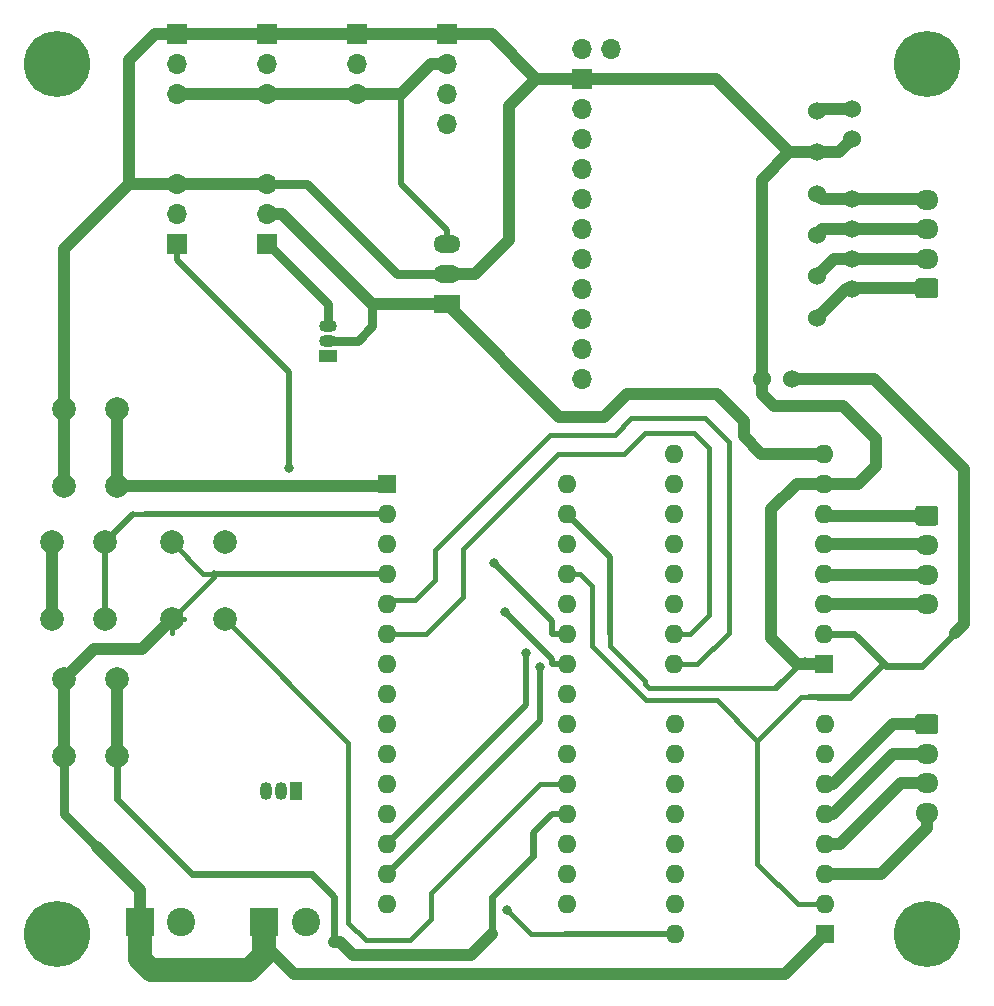
<source format=gbr>
%TF.GenerationSoftware,KiCad,Pcbnew,(5.1.9)-1*%
%TF.CreationDate,2021-11-28T22:55:22-05:00*%
%TF.ProjectId,FilamentFactoryBoard,46696c61-6d65-46e7-9446-6163746f7279,rev?*%
%TF.SameCoordinates,Original*%
%TF.FileFunction,Copper,L1,Top*%
%TF.FilePolarity,Positive*%
%FSLAX46Y46*%
G04 Gerber Fmt 4.6, Leading zero omitted, Abs format (unit mm)*
G04 Created by KiCad (PCBNEW (5.1.9)-1) date 2021-11-28 22:55:22*
%MOMM*%
%LPD*%
G01*
G04 APERTURE LIST*
%TA.AperFunction,ComponentPad*%
%ADD10R,1.500000X1.050000*%
%TD*%
%TA.AperFunction,ComponentPad*%
%ADD11O,1.500000X1.050000*%
%TD*%
%TA.AperFunction,ComponentPad*%
%ADD12R,1.050000X1.500000*%
%TD*%
%TA.AperFunction,ComponentPad*%
%ADD13O,1.050000X1.500000*%
%TD*%
%TA.AperFunction,ComponentPad*%
%ADD14C,2.000000*%
%TD*%
%TA.AperFunction,ComponentPad*%
%ADD15O,1.600000X1.600000*%
%TD*%
%TA.AperFunction,ComponentPad*%
%ADD16R,1.600000X1.600000*%
%TD*%
%TA.AperFunction,ComponentPad*%
%ADD17C,1.524000*%
%TD*%
%TA.AperFunction,ComponentPad*%
%ADD18O,1.700000X1.700000*%
%TD*%
%TA.AperFunction,ComponentPad*%
%ADD19R,1.700000X1.700000*%
%TD*%
%TA.AperFunction,ComponentPad*%
%ADD20C,2.400000*%
%TD*%
%TA.AperFunction,ComponentPad*%
%ADD21R,2.400000X2.400000*%
%TD*%
%TA.AperFunction,ComponentPad*%
%ADD22O,1.950000X1.700000*%
%TD*%
%TA.AperFunction,ComponentPad*%
%ADD23O,2.300000X1.500000*%
%TD*%
%TA.AperFunction,ComponentPad*%
%ADD24R,2.300000X1.500000*%
%TD*%
%TA.AperFunction,ConnectorPad*%
%ADD25C,5.600000*%
%TD*%
%TA.AperFunction,ComponentPad*%
%ADD26C,3.600000*%
%TD*%
%TA.AperFunction,ViaPad*%
%ADD27C,0.800000*%
%TD*%
%TA.AperFunction,Conductor*%
%ADD28C,0.550000*%
%TD*%
%TA.AperFunction,Conductor*%
%ADD29C,0.400000*%
%TD*%
%TA.AperFunction,Conductor*%
%ADD30C,0.800000*%
%TD*%
%TA.AperFunction,Conductor*%
%ADD31C,2.000000*%
%TD*%
%TA.AperFunction,Conductor*%
%ADD32C,1.000000*%
%TD*%
%TA.AperFunction,Conductor*%
%ADD33C,0.600000*%
%TD*%
G04 APERTURE END LIST*
D10*
%TO.P,Q2,1*%
%TO.N,Net-(A1-Pad9)*%
X259181600Y-60248800D03*
D11*
%TO.P,Q2,3*%
%TO.N,Net-(FanPWM1-Pad1)*%
X259181600Y-57708800D03*
%TO.P,Q2,2*%
%TO.N,+24V*%
X259181600Y-58978800D03*
%TD*%
D12*
%TO.P,Q1,1*%
%TO.N,Net-(A1-Pad12)*%
X256489200Y-97129600D03*
D13*
%TO.P,Q1,3*%
%TO.N,Net-(HeaterControl1-Pad2)*%
X253949200Y-97129600D03*
%TO.P,Q1,2*%
%TO.N,+5V*%
X255219200Y-97129600D03*
%TD*%
D14*
%TO.P,SW2,1*%
%TO.N,GND*%
X236800000Y-87630000D03*
%TO.P,SW2,2*%
%TO.N,Net-(A1-Pad19)*%
X241300000Y-87630000D03*
%TO.P,SW2,1*%
%TO.N,GND*%
X236800000Y-94130000D03*
%TO.P,SW2,2*%
%TO.N,Net-(A1-Pad19)*%
X241300000Y-94130000D03*
%TD*%
D15*
%TO.P,A1,16*%
%TO.N,Net-(A1-Pad16)*%
X279400000Y-106680000D03*
%TO.P,A1,15*%
%TO.N,Net-(A1-Pad15)*%
X264160000Y-106680000D03*
%TO.P,A1,30*%
%TO.N,N/C*%
X279400000Y-71120000D03*
%TO.P,A1,14*%
%TO.N,Net-(A1-Pad14)*%
X264160000Y-104140000D03*
%TO.P,A1,29*%
%TO.N,GND*%
X279400000Y-73660000D03*
%TO.P,A1,13*%
%TO.N,Net-(A1-Pad13)*%
X264160000Y-101600000D03*
%TO.P,A1,28*%
%TO.N,N/C*%
X279400000Y-76200000D03*
%TO.P,A1,12*%
%TO.N,Net-(A1-Pad12)*%
X264160000Y-99060000D03*
%TO.P,A1,27*%
%TO.N,+5V*%
X279400000Y-78740000D03*
%TO.P,A1,11*%
%TO.N,Net-(A1-Pad11)*%
X264160000Y-96520000D03*
%TO.P,A1,26*%
%TO.N,Net-(A1-Pad26)*%
X279400000Y-81280000D03*
%TO.P,A1,10*%
%TO.N,Net-(A1-Pad10)*%
X264160000Y-93980000D03*
%TO.P,A1,25*%
%TO.N,Net-(A1-Pad25)*%
X279400000Y-83820000D03*
%TO.P,A1,9*%
%TO.N,Net-(A1-Pad9)*%
X264160000Y-91440000D03*
%TO.P,A1,24*%
%TO.N,Net-(A1-Pad24)*%
X279400000Y-86360000D03*
%TO.P,A1,8*%
%TO.N,Net-(A1-Pad8)*%
X264160000Y-88900000D03*
%TO.P,A1,23*%
%TO.N,Net-(A1-Pad23)*%
X279400000Y-88900000D03*
%TO.P,A1,7*%
%TO.N,Net-(A1-Pad7)*%
X264160000Y-86360000D03*
%TO.P,A1,22*%
%TO.N,Net-(A1-Pad22)*%
X279400000Y-91440000D03*
%TO.P,A1,6*%
%TO.N,Net-(A1-Pad6)*%
X264160000Y-83820000D03*
%TO.P,A1,21*%
%TO.N,Net-(A1-Pad21)*%
X279400000Y-93980000D03*
%TO.P,A1,5*%
%TO.N,Net-(A1-Pad5)*%
X264160000Y-81280000D03*
%TO.P,A1,20*%
%TO.N,Net-(A1-Pad20)*%
X279400000Y-96520000D03*
%TO.P,A1,4*%
%TO.N,GND*%
X264160000Y-78740000D03*
%TO.P,A1,19*%
%TO.N,Net-(A1-Pad19)*%
X279400000Y-99060000D03*
%TO.P,A1,3*%
%TO.N,N/C*%
X264160000Y-76200000D03*
%TO.P,A1,18*%
X279400000Y-101600000D03*
%TO.P,A1,2*%
%TO.N,Net-(A1-Pad2)*%
X264160000Y-73660000D03*
%TO.P,A1,17*%
%TO.N,N/C*%
X279400000Y-104140000D03*
D16*
%TO.P,A1,1*%
%TO.N,Net-(A1-Pad1)*%
X264160000Y-71120000D03*
%TD*%
D17*
%TO.P,AMIS1,13*%
%TO.N,+24V*%
X300609000Y-39497000D03*
%TO.P,AMIS1,14*%
%TO.N,GND*%
X300609000Y-42989500D03*
%TO.P,AMIS1,15*%
%TO.N,Net-(AMIS1-Pad15)*%
X300609000Y-46545500D03*
%TO.P,AMIS1,16*%
%TO.N,Net-(AMIS1-Pad16)*%
X300609000Y-50038000D03*
%TO.P,AMIS1,17*%
%TO.N,Net-(AMIS1-Pad17)*%
X300609000Y-53530500D03*
%TO.P,AMIS1,18*%
%TO.N,Net-(AMIS1-Pad18)*%
X300609000Y-57023000D03*
%TO.P,AMIS1,20*%
%TO.N,GND*%
X295910000Y-62230000D03*
%TO.P,AMIS1,19*%
%TO.N,+5V*%
X298450000Y-62230000D03*
%TO.P,AMIS1,13*%
%TO.N,+24V*%
X303530000Y-39370000D03*
%TO.P,AMIS1,14*%
%TO.N,GND*%
X303530000Y-41910000D03*
%TO.P,AMIS1,15*%
%TO.N,Net-(AMIS1-Pad15)*%
X303530000Y-46990000D03*
%TO.P,AMIS1,16*%
%TO.N,Net-(AMIS1-Pad16)*%
X303530000Y-49530000D03*
%TO.P,AMIS1,17*%
%TO.N,Net-(AMIS1-Pad17)*%
X303530000Y-52070000D03*
%TO.P,AMIS1,18*%
%TO.N,Net-(AMIS1-Pad18)*%
X303530000Y-54610000D03*
D18*
%TO.P,AMIS1,12*%
%TO.N,N/C*%
X283170000Y-34290000D03*
%TO.P,AMIS1,2*%
%TO.N,Net-(A1-Pad13)*%
X280670000Y-39370000D03*
%TO.P,AMIS1,11*%
%TO.N,Net-(A1-Pad26)*%
X280670000Y-62230000D03*
%TO.P,AMIS1,10*%
%TO.N,N/C*%
X280670000Y-59690000D03*
%TO.P,AMIS1,9*%
X280670000Y-57150000D03*
%TO.P,AMIS1,8*%
X280670000Y-54610000D03*
%TO.P,AMIS1,7*%
X280670000Y-52070000D03*
%TO.P,AMIS1,6*%
%TO.N,Net-(A1-Pad16)*%
X280670000Y-49530000D03*
%TO.P,AMIS1,5*%
%TO.N,Net-(A1-Pad15)*%
X280670000Y-46990000D03*
%TO.P,AMIS1,4*%
%TO.N,Net-(A1-Pad14)*%
X280670000Y-44450000D03*
%TO.P,AMIS1,3*%
%TO.N,N/C*%
X280670000Y-41910000D03*
%TO.P,AMIS1,0*%
X280670000Y-34290000D03*
D19*
%TO.P,AMIS1,1*%
%TO.N,GND*%
X280670000Y-36790000D03*
%TD*%
D20*
%TO.P,HeaterControl1,2*%
%TO.N,Net-(HeaterControl1-Pad2)*%
X246761000Y-108204000D03*
D21*
%TO.P,HeaterControl1,1*%
%TO.N,GND*%
X243261000Y-108204000D03*
%TD*%
D22*
%TO.P,J5,4*%
%TO.N,Net-(A3-Pad3)*%
X309880000Y-81280000D03*
%TO.P,J5,3*%
%TO.N,Net-(A3-Pad4)*%
X309880000Y-78780000D03*
%TO.P,J5,2*%
%TO.N,Net-(A3-Pad5)*%
X309880000Y-76280000D03*
%TO.P,J5,1*%
%TO.N,Net-(A3-Pad6)*%
%TA.AperFunction,ComponentPad*%
G36*
G01*
X309155000Y-72930000D02*
X310605000Y-72930000D01*
G75*
G02*
X310855000Y-73180000I0J-250000D01*
G01*
X310855000Y-74380000D01*
G75*
G02*
X310605000Y-74630000I-250000J0D01*
G01*
X309155000Y-74630000D01*
G75*
G02*
X308905000Y-74380000I0J250000D01*
G01*
X308905000Y-73180000D01*
G75*
G02*
X309155000Y-72930000I250000J0D01*
G01*
G37*
%TD.AperFunction*%
%TD*%
D20*
%TO.P,24V_IN1,2*%
%TO.N,+24V*%
X257302000Y-108204000D03*
D21*
%TO.P,24V_IN1,1*%
%TO.N,GND*%
X253802000Y-108204000D03*
%TD*%
D22*
%TO.P,J2,4*%
%TO.N,Net-(AMIS1-Pad15)*%
X309880000Y-47030000D03*
%TO.P,J2,3*%
%TO.N,Net-(AMIS1-Pad16)*%
X309880000Y-49530000D03*
%TO.P,J2,2*%
%TO.N,Net-(AMIS1-Pad17)*%
X309880000Y-52030000D03*
%TO.P,J2,1*%
%TO.N,Net-(AMIS1-Pad18)*%
%TA.AperFunction,ComponentPad*%
G36*
G01*
X310605000Y-55380000D02*
X309155000Y-55380000D01*
G75*
G02*
X308905000Y-55130000I0J250000D01*
G01*
X308905000Y-53930000D01*
G75*
G02*
X309155000Y-53680000I250000J0D01*
G01*
X310605000Y-53680000D01*
G75*
G02*
X310855000Y-53930000I0J-250000D01*
G01*
X310855000Y-55130000D01*
G75*
G02*
X310605000Y-55380000I-250000J0D01*
G01*
G37*
%TD.AperFunction*%
%TD*%
D23*
%TO.P,U1,3*%
%TO.N,+5V*%
X269240000Y-50800000D03*
%TO.P,U1,2*%
%TO.N,GND*%
X269240000Y-53340000D03*
D24*
%TO.P,U1,1*%
%TO.N,+24V*%
X269240000Y-55880000D03*
%TD*%
D14*
%TO.P,SW4,1*%
%TO.N,GND*%
X236800000Y-64770000D03*
%TO.P,SW4,2*%
%TO.N,Net-(A1-Pad1)*%
X241300000Y-64770000D03*
%TO.P,SW4,1*%
%TO.N,GND*%
X236800000Y-71270000D03*
%TO.P,SW4,2*%
%TO.N,Net-(A1-Pad1)*%
X241300000Y-71270000D03*
%TD*%
%TO.P,SW3,1*%
%TO.N,GND*%
X235784000Y-76050000D03*
%TO.P,SW3,2*%
%TO.N,Net-(A1-Pad2)*%
X240284000Y-76050000D03*
%TO.P,SW3,1*%
%TO.N,GND*%
X235784000Y-82550000D03*
%TO.P,SW3,2*%
%TO.N,Net-(A1-Pad2)*%
X240284000Y-82550000D03*
%TD*%
%TO.P,SW1,1*%
%TO.N,GND*%
X245944000Y-76050000D03*
%TO.P,SW1,2*%
%TO.N,Net-(A1-Pad20)*%
X250444000Y-76050000D03*
%TO.P,SW1,1*%
%TO.N,GND*%
X245944000Y-82550000D03*
%TO.P,SW1,2*%
%TO.N,Net-(A1-Pad20)*%
X250444000Y-82550000D03*
%TD*%
D18*
%TO.P,Thermistor1,3*%
%TO.N,+5V*%
X261620000Y-38100000D03*
%TO.P,Thermistor1,2*%
%TO.N,Net-(A1-Pad25)*%
X261620000Y-35560000D03*
D19*
%TO.P,Thermistor1,1*%
%TO.N,GND*%
X261620000Y-33020000D03*
%TD*%
D18*
%TO.P,ServoPWM1,3*%
%TO.N,GND*%
X246380000Y-45720000D03*
%TO.P,ServoPWM1,2*%
%TO.N,+5V*%
X246380000Y-48260000D03*
D19*
%TO.P,ServoPWM1,1*%
%TO.N,Net-(A1-Pad8)*%
X246380000Y-50800000D03*
%TD*%
D18*
%TO.P,POT_tensionSensor1,3*%
%TO.N,+5V*%
X254000000Y-38100000D03*
%TO.P,POT_tensionSensor1,2*%
%TO.N,Net-(A1-Pad22)*%
X254000000Y-35560000D03*
D19*
%TO.P,POT_tensionSensor1,1*%
%TO.N,GND*%
X254000000Y-33020000D03*
%TD*%
D18*
%TO.P,LCD_I2C1,4*%
%TO.N,Net-(A1-Pad24)*%
X269240000Y-40640000D03*
%TO.P,LCD_I2C1,3*%
%TO.N,Net-(A1-Pad23)*%
X269240000Y-38100000D03*
%TO.P,LCD_I2C1,2*%
%TO.N,+5V*%
X269240000Y-35560000D03*
D19*
%TO.P,LCD_I2C1,1*%
%TO.N,GND*%
X269240000Y-33020000D03*
%TD*%
D22*
%TO.P,J4,4*%
%TO.N,Net-(A2-Pad3)*%
X309880000Y-98940000D03*
%TO.P,J4,3*%
%TO.N,Net-(A2-Pad4)*%
X309880000Y-96440000D03*
%TO.P,J4,2*%
%TO.N,Net-(A2-Pad5)*%
X309880000Y-93940000D03*
%TO.P,J4,1*%
%TO.N,Net-(A2-Pad6)*%
%TA.AperFunction,ComponentPad*%
G36*
G01*
X309155000Y-90590000D02*
X310605000Y-90590000D01*
G75*
G02*
X310855000Y-90840000I0J-250000D01*
G01*
X310855000Y-92040000D01*
G75*
G02*
X310605000Y-92290000I-250000J0D01*
G01*
X309155000Y-92290000D01*
G75*
G02*
X308905000Y-92040000I0J250000D01*
G01*
X308905000Y-90840000D01*
G75*
G02*
X309155000Y-90590000I250000J0D01*
G01*
G37*
%TD.AperFunction*%
%TD*%
D25*
%TO.P,H4,1*%
%TO.N,N/C*%
X236220000Y-109220000D03*
D26*
X236220000Y-109220000D03*
%TD*%
D25*
%TO.P,H3,1*%
%TO.N,N/C*%
X309880000Y-109220000D03*
D26*
X309880000Y-109220000D03*
%TD*%
D25*
%TO.P,H2,1*%
%TO.N,N/C*%
X236220000Y-35560000D03*
D26*
X236220000Y-35560000D03*
%TD*%
D25*
%TO.P,H1,1*%
%TO.N,N/C*%
X309880000Y-35560000D03*
D26*
X309880000Y-35560000D03*
%TD*%
D18*
%TO.P,FanPWM1,3*%
%TO.N,GND*%
X254000000Y-45720000D03*
%TO.P,FanPWM1,2*%
%TO.N,+24V*%
X254000000Y-48260000D03*
D19*
%TO.P,FanPWM1,1*%
%TO.N,Net-(FanPWM1-Pad1)*%
X254000000Y-50800000D03*
%TD*%
D18*
%TO.P,conductivitySensor1,3*%
%TO.N,+5V*%
X246380000Y-38100000D03*
%TO.P,conductivitySensor1,2*%
%TO.N,Net-(A1-Pad21)*%
X246380000Y-35560000D03*
D19*
%TO.P,conductivitySensor1,1*%
%TO.N,GND*%
X246380000Y-33020000D03*
%TD*%
D15*
%TO.P,A3,16*%
%TO.N,Net-(A1-Pad5)*%
X288461000Y-86339000D03*
%TO.P,A3,8*%
%TO.N,+24V*%
X301161000Y-68559000D03*
%TO.P,A3,15*%
%TO.N,Net-(A1-Pad6)*%
X288461000Y-83799000D03*
%TO.P,A3,7*%
%TO.N,GND*%
X301161000Y-71099000D03*
%TO.P,A3,14*%
%TO.N,N/C*%
X288461000Y-81259000D03*
%TO.P,A3,6*%
%TO.N,Net-(A3-Pad6)*%
X301161000Y-73639000D03*
%TO.P,A3,13*%
%TO.N,N/C*%
X288461000Y-78719000D03*
%TO.P,A3,5*%
%TO.N,Net-(A3-Pad5)*%
X301161000Y-76179000D03*
%TO.P,A3,12*%
%TO.N,N/C*%
X288461000Y-76179000D03*
%TO.P,A3,4*%
%TO.N,Net-(A3-Pad4)*%
X301161000Y-78719000D03*
%TO.P,A3,11*%
%TO.N,N/C*%
X288461000Y-73639000D03*
%TO.P,A3,3*%
%TO.N,Net-(A3-Pad3)*%
X301161000Y-81259000D03*
%TO.P,A3,10*%
%TO.N,N/C*%
X288461000Y-71099000D03*
%TO.P,A3,2*%
%TO.N,+5V*%
X301161000Y-83799000D03*
%TO.P,A3,9*%
%TO.N,Net-(A1-Pad7)*%
X288461000Y-68559000D03*
D16*
%TO.P,A3,1*%
%TO.N,GND*%
X301161000Y-86339000D03*
%TD*%
D15*
%TO.P,A2,16*%
%TO.N,Net-(A1-Pad10)*%
X288544000Y-109220000D03*
%TO.P,A2,8*%
%TO.N,+24V*%
X301244000Y-91440000D03*
%TO.P,A2,15*%
%TO.N,Net-(A1-Pad11)*%
X288544000Y-106680000D03*
%TO.P,A2,7*%
%TO.N,GND*%
X301244000Y-93980000D03*
%TO.P,A2,14*%
%TO.N,N/C*%
X288544000Y-104140000D03*
%TO.P,A2,6*%
%TO.N,Net-(A2-Pad6)*%
X301244000Y-96520000D03*
%TO.P,A2,13*%
%TO.N,N/C*%
X288544000Y-101600000D03*
%TO.P,A2,5*%
%TO.N,Net-(A2-Pad5)*%
X301244000Y-99060000D03*
%TO.P,A2,12*%
%TO.N,N/C*%
X288544000Y-99060000D03*
%TO.P,A2,4*%
%TO.N,Net-(A2-Pad4)*%
X301244000Y-101600000D03*
%TO.P,A2,11*%
%TO.N,N/C*%
X288544000Y-96520000D03*
%TO.P,A2,3*%
%TO.N,Net-(A2-Pad3)*%
X301244000Y-104140000D03*
%TO.P,A2,10*%
%TO.N,N/C*%
X288544000Y-93980000D03*
%TO.P,A2,2*%
%TO.N,+5V*%
X301244000Y-106680000D03*
%TO.P,A2,9*%
%TO.N,Net-(A1-Pad7)*%
X288544000Y-91440000D03*
D16*
%TO.P,A2,1*%
%TO.N,GND*%
X301244000Y-109220000D03*
%TD*%
D27*
%TO.N,Net-(A1-Pad14)*%
X277122200Y-86558100D03*
%TO.N,Net-(A1-Pad13)*%
X275969900Y-85405800D03*
%TO.N,Net-(A1-Pad10)*%
X274320000Y-107186400D03*
%TO.N,Net-(A1-Pad25)*%
X273216500Y-77761000D03*
%TO.N,Net-(A1-Pad24)*%
X274156000Y-81937600D03*
%TO.N,Net-(A1-Pad8)*%
X255906500Y-69707900D03*
%TD*%
D28*
%TO.N,Net-(A1-Pad14)*%
X264160000Y-104140000D02*
X277122200Y-91177800D01*
X277122200Y-91177800D02*
X277122200Y-86558100D01*
%TO.N,GND*%
X279400000Y-73660000D02*
X283035200Y-77295200D01*
X283035200Y-77295200D02*
X283035200Y-83783600D01*
X297129200Y-88389500D02*
X299532700Y-85986000D01*
X249556200Y-78646200D02*
X249556200Y-78740000D01*
X262884700Y-78740000D02*
X249556200Y-78740000D01*
X299532700Y-85986000D02*
X299885700Y-86339000D01*
X301161000Y-86339000D02*
X299885700Y-86339000D01*
X264160000Y-78740000D02*
X262884700Y-78740000D01*
D29*
X245944000Y-82550000D02*
X246960000Y-82550000D01*
X245944000Y-83748000D02*
X245944000Y-82550000D01*
X249556200Y-78937800D02*
X245944000Y-82550000D01*
X249556200Y-78740000D02*
X249556200Y-78937800D01*
X248634000Y-78740000D02*
X249556200Y-78740000D01*
X245944000Y-76050000D02*
X248634000Y-78740000D01*
X283035200Y-83783600D02*
X283035200Y-84788200D01*
X283035200Y-84788200D02*
X286004000Y-87757000D01*
X286004000Y-87757000D02*
X286004000Y-88011000D01*
X286004000Y-88011000D02*
X286385000Y-88392000D01*
X297126700Y-88392000D02*
X297129200Y-88389500D01*
X286385000Y-88392000D02*
X297126700Y-88392000D01*
D30*
X269240000Y-53340000D02*
X265049000Y-53340000D01*
X257429000Y-45720000D02*
X254000000Y-45720000D01*
X265049000Y-53340000D02*
X257429000Y-45720000D01*
D31*
X243261000Y-108204000D02*
X243261000Y-111308000D01*
X243261000Y-111308000D02*
X244221000Y-112268000D01*
X244221000Y-112268000D02*
X252476000Y-112268000D01*
X253802000Y-110942000D02*
X253802000Y-108204000D01*
X252476000Y-112268000D02*
X253802000Y-110942000D01*
D30*
X236800000Y-94130000D02*
X236800000Y-99005000D01*
D32*
X302450500Y-42989500D02*
X303530000Y-41910000D01*
X300609000Y-42989500D02*
X302450500Y-42989500D01*
X269240000Y-33020000D02*
X273050000Y-33020000D01*
X276820000Y-36790000D02*
X280670000Y-36790000D01*
X273050000Y-33020000D02*
X276820000Y-36790000D01*
X300609000Y-42989500D02*
X298259500Y-42989500D01*
X292060000Y-36790000D02*
X280670000Y-36790000D01*
X298259500Y-42989500D02*
X292060000Y-36790000D01*
X295910000Y-45339000D02*
X298259500Y-42989500D01*
X295910000Y-62230000D02*
X295910000Y-45339000D01*
X236800000Y-64770000D02*
X236800000Y-51236000D01*
X242316000Y-45720000D02*
X246380000Y-45720000D01*
X236800000Y-51236000D02*
X242316000Y-45720000D01*
X246380000Y-33020000D02*
X254000000Y-33020000D01*
X254000000Y-33020000D02*
X261620000Y-33020000D01*
X261620000Y-33020000D02*
X269240000Y-33020000D01*
X246380000Y-45720000D02*
X254000000Y-45720000D01*
X253802000Y-108204000D02*
X253802000Y-109225200D01*
X253802000Y-108204000D02*
X253802000Y-110088800D01*
X253802000Y-110088800D02*
X256286000Y-112572800D01*
X297891200Y-112572800D02*
X301244000Y-109220000D01*
X256286000Y-112572800D02*
X297891200Y-112572800D01*
X301161000Y-86339000D02*
X300543600Y-86339000D01*
X301161000Y-86339000D02*
X298886200Y-86339000D01*
X298886200Y-86339000D02*
X296722800Y-84175600D01*
X296722800Y-84175600D02*
X296722800Y-73253600D01*
X298877400Y-71099000D02*
X301161000Y-71099000D01*
X296722800Y-73253600D02*
X298877400Y-71099000D01*
X304059000Y-71099000D02*
X305562000Y-69596000D01*
X301161000Y-71099000D02*
X304059000Y-71099000D01*
X305562000Y-67310000D02*
X302920400Y-64668400D01*
X305562000Y-69596000D02*
X305562000Y-67310000D01*
D33*
X302768000Y-64516000D02*
X302920400Y-64668400D01*
D32*
X296926000Y-64516000D02*
X295910000Y-63500000D01*
X302768000Y-64516000D02*
X296926000Y-64516000D01*
X295910000Y-62230000D02*
X295910000Y-63500000D01*
X244530000Y-33020000D02*
X242366800Y-35183200D01*
X246380000Y-33020000D02*
X244530000Y-33020000D01*
X242366800Y-45669200D02*
X242316000Y-45720000D01*
X242366800Y-35183200D02*
X242366800Y-45669200D01*
X269240000Y-53340000D02*
X271627600Y-53340000D01*
X271627600Y-53340000D02*
X274523200Y-50444400D01*
X274523200Y-39086800D02*
X276820000Y-36790000D01*
X274523200Y-50444400D02*
X274523200Y-39086800D01*
X243261000Y-108204000D02*
X243261000Y-105466000D01*
X243261000Y-105466000D02*
X239636300Y-101841300D01*
D30*
X236800000Y-99005000D02*
X239636300Y-101841300D01*
D32*
X236800000Y-87630000D02*
X236800000Y-94130000D01*
X236800000Y-64770000D02*
X236800000Y-71270000D01*
X239340000Y-85090000D02*
X243128800Y-85090000D01*
X236800000Y-87630000D02*
X239340000Y-85090000D01*
X243404000Y-85090000D02*
X243128800Y-85090000D01*
X245944000Y-82550000D02*
X243404000Y-85090000D01*
X235784000Y-76050000D02*
X235784000Y-82550000D01*
D28*
%TO.N,Net-(A1-Pad13)*%
X264160000Y-101600000D02*
X275969900Y-89790100D01*
X275969900Y-89790100D02*
X275969900Y-85405800D01*
%TO.N,+5V*%
X265374700Y-38100000D02*
X265374700Y-45709400D01*
X265374700Y-45709400D02*
X269240000Y-49574700D01*
X269240000Y-50800000D02*
X269240000Y-49574700D01*
D29*
X312547000Y-83439000D02*
X310857400Y-85128600D01*
D33*
X301161000Y-83799000D02*
X303763000Y-83799000D01*
X306451000Y-86487000D02*
X309499000Y-86487000D01*
X303417200Y-89139800D02*
X306260500Y-86296500D01*
X300637100Y-89139800D02*
X303417200Y-89139800D01*
X306260500Y-86296500D02*
X306451000Y-86487000D01*
X303763000Y-83799000D02*
X306260500Y-86296500D01*
D29*
X279400000Y-78740000D02*
X280543000Y-78740000D01*
X280543000Y-78740000D02*
X281559000Y-79756000D01*
X281559000Y-79756000D02*
X281559000Y-84836000D01*
X281559000Y-84836000D02*
X286131000Y-89408000D01*
X286131000Y-89408000D02*
X292100000Y-89408000D01*
X292100000Y-89408000D02*
X295529000Y-92837000D01*
X295529000Y-92837000D02*
X295529000Y-103251000D01*
X298958000Y-106680000D02*
X301244000Y-106680000D01*
X295529000Y-103251000D02*
X298958000Y-106680000D01*
X299226200Y-89139800D02*
X295529000Y-92837000D01*
X300213800Y-89139800D02*
X299226200Y-89139800D01*
D28*
X299919200Y-89139800D02*
X300213800Y-89139800D01*
X300213800Y-89139800D02*
X300637100Y-89139800D01*
D32*
X313055000Y-69850000D02*
X313055000Y-82931000D01*
X305435000Y-62230000D02*
X313055000Y-69850000D01*
X298450000Y-62230000D02*
X305435000Y-62230000D01*
X313055000Y-82931000D02*
X312293000Y-83693000D01*
D33*
X312293000Y-83693000D02*
X312547000Y-83439000D01*
X309499000Y-86487000D02*
X312293000Y-83693000D01*
D32*
X265374700Y-38100000D02*
X267914700Y-35560000D01*
X261620000Y-38100000D02*
X265374700Y-38100000D01*
X269240000Y-35560000D02*
X267914700Y-35560000D01*
X261620000Y-38100000D02*
X254000000Y-38100000D01*
X254000000Y-38100000D02*
X246380000Y-38100000D01*
D28*
%TO.N,Net-(A1-Pad10)*%
X279237700Y-109220000D02*
X287268700Y-109220000D01*
X288544000Y-109220000D02*
X287268700Y-109220000D01*
D29*
X274320000Y-107186400D02*
X276353600Y-109220000D01*
X276353600Y-109220000D02*
X279237700Y-109220000D01*
D28*
%TO.N,Net-(A1-Pad25)*%
X278124700Y-83820000D02*
X278124700Y-82669200D01*
X278124700Y-82669200D02*
X273216500Y-77761000D01*
X279400000Y-83820000D02*
X278124700Y-83820000D01*
%TO.N,Net-(A1-Pad24)*%
X278124700Y-86360000D02*
X278124700Y-85906300D01*
X278124700Y-85906300D02*
X274156000Y-81937600D01*
X279400000Y-86360000D02*
X278124700Y-86360000D01*
%TO.N,Net-(A1-Pad8)*%
X246380000Y-50800000D02*
X246380000Y-52125300D01*
X255906500Y-69707900D02*
X255906500Y-61651800D01*
X255906500Y-61651800D02*
X246380000Y-52125300D01*
D29*
%TO.N,Net-(A1-Pad6)*%
X264160000Y-83820000D02*
X267462000Y-83820000D01*
X267462000Y-83820000D02*
X270637000Y-80645000D01*
X270637000Y-80645000D02*
X270637000Y-76581000D01*
X270637000Y-76581000D02*
X278638000Y-68580000D01*
X278638000Y-68580000D02*
X284226000Y-68580000D01*
X284226000Y-68580000D02*
X286004000Y-66802000D01*
X286004000Y-66802000D02*
X290195000Y-66802000D01*
X290195000Y-66802000D02*
X291465000Y-68072000D01*
X291465000Y-68072000D02*
X291465000Y-82169000D01*
X289835000Y-83799000D02*
X288461000Y-83799000D01*
X291465000Y-82169000D02*
X289835000Y-83799000D01*
%TO.N,Net-(A1-Pad5)*%
X288461000Y-86339000D02*
X290470000Y-86339000D01*
X290470000Y-86339000D02*
X293116000Y-83693000D01*
X293116000Y-83693000D02*
X293116000Y-67564000D01*
X293116000Y-67564000D02*
X291084000Y-65532000D01*
X291084000Y-65532000D02*
X284861000Y-65532000D01*
X284861000Y-65532000D02*
X283464000Y-66929000D01*
X283464000Y-66929000D02*
X278003000Y-66929000D01*
X278003000Y-66929000D02*
X268224000Y-76708000D01*
X268224000Y-76708000D02*
X268224000Y-79248000D01*
X268224000Y-79248000D02*
X266573000Y-80899000D01*
X264541000Y-80899000D02*
X264160000Y-81280000D01*
X266573000Y-80899000D02*
X264541000Y-80899000D01*
%TO.N,Net-(A1-Pad20)*%
X279400000Y-96520000D02*
X277114000Y-96520000D01*
X277114000Y-96520000D02*
X267919200Y-105714800D01*
X267919200Y-105714800D02*
X267919200Y-107899200D01*
X267919200Y-107899200D02*
X266090400Y-109728000D01*
X266090400Y-109728000D02*
X262382000Y-109728000D01*
X262382000Y-109728000D02*
X260908800Y-108254800D01*
X260908800Y-93014800D02*
X250444000Y-82550000D01*
X260908800Y-108254800D02*
X260908800Y-93014800D01*
D28*
%TO.N,Net-(A1-Pad19)*%
X279400000Y-99060000D02*
X278124700Y-99060000D01*
D33*
X241300000Y-94130000D02*
X241300000Y-97790000D01*
X241300000Y-97790000D02*
X247650000Y-104140000D01*
X247650000Y-104140000D02*
X257810000Y-104140000D01*
X257810000Y-104140000D02*
X259715000Y-106045000D01*
X259715000Y-106045000D02*
X259715000Y-109855000D01*
X273050000Y-109220000D02*
X273050000Y-106045000D01*
X276539850Y-102555150D02*
X276539850Y-100644850D01*
X273050000Y-106045000D02*
X276539850Y-102555150D01*
D28*
X276539850Y-100644850D02*
X278124700Y-99060000D01*
D32*
X259715000Y-109855000D02*
X260172200Y-109855000D01*
X260172200Y-109855000D02*
X261315200Y-110998000D01*
X271272000Y-110998000D02*
X273050000Y-109220000D01*
X261315200Y-110998000D02*
X271272000Y-110998000D01*
X241300000Y-87630000D02*
X241300000Y-94130000D01*
D28*
%TO.N,Net-(A1-Pad2)*%
X264160000Y-73660000D02*
X243690000Y-73660000D01*
X242674000Y-73660000D02*
X240284000Y-76050000D01*
D29*
X242674000Y-73660000D02*
X243690000Y-73660000D01*
D28*
X240284000Y-76050000D02*
X240284000Y-82550000D01*
%TO.N,Net-(A1-Pad1)*%
X241450000Y-71120000D02*
X241300000Y-71270000D01*
X264160000Y-71120000D02*
X241450000Y-71120000D01*
X241450000Y-71120000D02*
X241450000Y-64920000D01*
X241450000Y-64920000D02*
X241300000Y-64770000D01*
D32*
X241300000Y-64770000D02*
X241300000Y-71270000D01*
X264010000Y-71270000D02*
X264160000Y-71120000D01*
X241300000Y-71270000D02*
X264010000Y-71270000D01*
%TO.N,+24V*%
X300736000Y-39370000D02*
X300609000Y-39497000D01*
X303530000Y-39370000D02*
X300736000Y-39370000D01*
X295889000Y-68559000D02*
X294386000Y-67056000D01*
X301161000Y-68559000D02*
X295889000Y-68559000D01*
X294386000Y-65786000D02*
X292100000Y-63500000D01*
X294386000Y-67056000D02*
X294386000Y-65786000D01*
X284480000Y-63500000D02*
X282575000Y-65405000D01*
X292100000Y-63500000D02*
X284480000Y-63500000D01*
X278765000Y-65405000D02*
X269240000Y-55880000D01*
X282575000Y-65405000D02*
X278765000Y-65405000D01*
X255325300Y-48260000D02*
X254000000Y-48260000D01*
X262945300Y-55880000D02*
X255325300Y-48260000D01*
X269240000Y-55880000D02*
X262945300Y-55880000D01*
D30*
X259181600Y-58978800D02*
X261721600Y-58978800D01*
X262945300Y-57755100D02*
X262945300Y-55880000D01*
X261721600Y-58978800D02*
X262945300Y-57755100D01*
D32*
%TO.N,Net-(A2-Pad6)*%
X309880000Y-91440000D02*
X306984400Y-91440000D01*
X301904400Y-96520000D02*
X301244000Y-96520000D01*
X306984400Y-91440000D02*
X301904400Y-96520000D01*
%TO.N,Net-(A2-Pad5)*%
X301244000Y-99060000D02*
X301904400Y-99060000D01*
X307024400Y-93940000D02*
X309880000Y-93940000D01*
X301904400Y-99060000D02*
X307024400Y-93940000D01*
%TO.N,Net-(A2-Pad4)*%
X307679300Y-96440000D02*
X309880000Y-96440000D01*
X302519300Y-101600000D02*
X307679300Y-96440000D01*
X301244000Y-101600000D02*
X302519300Y-101600000D01*
%TO.N,Net-(A2-Pad3)*%
X306005300Y-104140000D02*
X309880000Y-100265300D01*
X301244000Y-104140000D02*
X306005300Y-104140000D01*
X309880000Y-98940000D02*
X309880000Y-100265300D01*
%TO.N,Net-(A3-Pad6)*%
X301302000Y-73780000D02*
X301161000Y-73639000D01*
X309880000Y-73780000D02*
X301302000Y-73780000D01*
%TO.N,Net-(A3-Pad5)*%
X309779000Y-76179000D02*
X309880000Y-76280000D01*
X301161000Y-76179000D02*
X309779000Y-76179000D01*
%TO.N,Net-(A3-Pad4)*%
X301222000Y-78780000D02*
X301161000Y-78719000D01*
X309880000Y-78780000D02*
X301222000Y-78780000D01*
%TO.N,Net-(A3-Pad3)*%
X301182000Y-81280000D02*
X301161000Y-81259000D01*
X309880000Y-81280000D02*
X301182000Y-81280000D01*
%TO.N,Net-(AMIS1-Pad15)*%
X309840000Y-46990000D02*
X309880000Y-47030000D01*
X303530000Y-46990000D02*
X309840000Y-46990000D01*
X301053500Y-46990000D02*
X300609000Y-46545500D01*
X303530000Y-46990000D02*
X301053500Y-46990000D01*
%TO.N,Net-(AMIS1-Pad16)*%
X309880000Y-49530000D02*
X303530000Y-49530000D01*
X300609000Y-50038000D02*
X300609000Y-49911000D01*
X300990000Y-49530000D02*
X303530000Y-49530000D01*
X300609000Y-49911000D02*
X300990000Y-49530000D01*
%TO.N,Net-(AMIS1-Pad18)*%
X303610000Y-54530000D02*
X303530000Y-54610000D01*
X309880000Y-54530000D02*
X303610000Y-54530000D01*
X303022000Y-54610000D02*
X300609000Y-57023000D01*
X303530000Y-54610000D02*
X303022000Y-54610000D01*
%TO.N,Net-(AMIS1-Pad17)*%
X309840000Y-52070000D02*
X309880000Y-52030000D01*
X303530000Y-52070000D02*
X309840000Y-52070000D01*
X300609000Y-53530500D02*
X302069500Y-52070000D01*
X302069500Y-52070000D02*
X303530000Y-52070000D01*
D30*
%TO.N,Net-(FanPWM1-Pad1)*%
X254000000Y-50800000D02*
X254101600Y-50800000D01*
X259181600Y-55880000D02*
X259181600Y-57708800D01*
X254101600Y-50800000D02*
X259181600Y-55880000D01*
%TD*%
M02*

</source>
